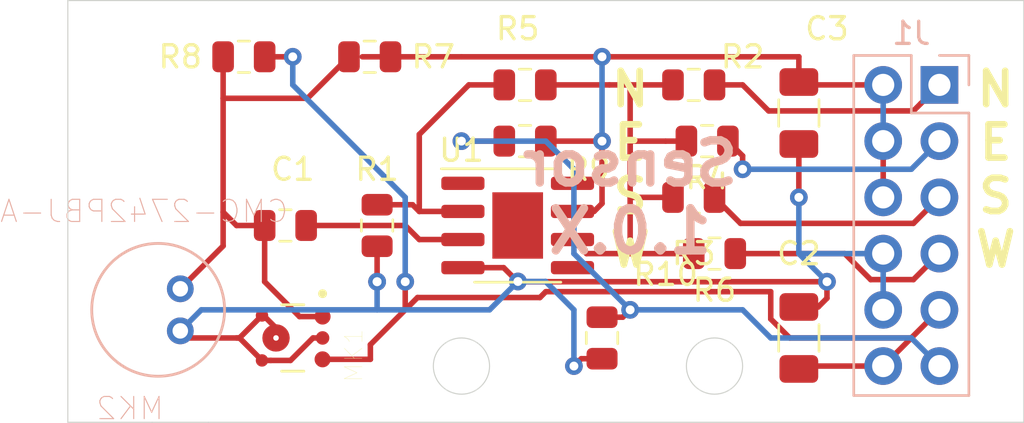
<source format=kicad_pcb>
(kicad_pcb (version 20171130) (host pcbnew "(5.1.5-0-10_14)")

  (general
    (thickness 1.6)
    (drawings 13)
    (tracks 160)
    (zones 0)
    (modules 17)
    (nets 16)
  )

  (page A4)
  (layers
    (0 F.Cu signal)
    (31 B.Cu signal)
    (32 B.Adhes user hide)
    (33 F.Adhes user hide)
    (34 B.Paste user hide)
    (35 F.Paste user hide)
    (36 B.SilkS user)
    (37 F.SilkS user)
    (38 B.Mask user hide)
    (39 F.Mask user hide)
    (40 Dwgs.User user hide)
    (41 Cmts.User user hide)
    (42 Eco1.User user hide)
    (43 Eco2.User user hide)
    (44 Edge.Cuts user)
    (45 Margin user hide)
    (46 B.CrtYd user hide)
    (47 F.CrtYd user hide)
    (48 B.Fab user hide)
    (49 F.Fab user hide)
  )

  (setup
    (last_trace_width 0.25)
    (trace_clearance 0.2)
    (zone_clearance 0.508)
    (zone_45_only no)
    (trace_min 0.2)
    (via_size 0.8)
    (via_drill 0.4)
    (via_min_size 0.4)
    (via_min_drill 0.3)
    (uvia_size 0.3)
    (uvia_drill 0.1)
    (uvias_allowed no)
    (uvia_min_size 0.2)
    (uvia_min_drill 0.1)
    (edge_width 0.05)
    (segment_width 0.2)
    (pcb_text_width 0.3)
    (pcb_text_size 1.5 1.5)
    (mod_edge_width 0.12)
    (mod_text_size 1 1)
    (mod_text_width 0.15)
    (pad_size 1.524 1.524)
    (pad_drill 0.762)
    (pad_to_mask_clearance 0.051)
    (solder_mask_min_width 0.25)
    (aux_axis_origin 0 0)
    (visible_elements FFFFFF7F)
    (pcbplotparams
      (layerselection 0x010fc_ffffffff)
      (usegerberextensions false)
      (usegerberattributes false)
      (usegerberadvancedattributes false)
      (creategerberjobfile false)
      (excludeedgelayer true)
      (linewidth 0.100000)
      (plotframeref false)
      (viasonmask false)
      (mode 1)
      (useauxorigin false)
      (hpglpennumber 1)
      (hpglpenspeed 20)
      (hpglpendiameter 15.000000)
      (psnegative false)
      (psa4output false)
      (plotreference true)
      (plotvalue true)
      (plotinvisibletext false)
      (padsonsilk false)
      (subtractmaskfromsilk false)
      (outputformat 1)
      (mirror false)
      (drillshape 0)
      (scaleselection 1)
      (outputdirectory ""))
  )

  (net 0 "")
  (net 1 "Net-(C1-Pad2)")
  (net 2 "Net-(C1-Pad1)")
  (net 3 "Net-(R1-Pad1)")
  (net 4 "Net-(R2-Pad1)")
  (net 5 "Net-(U1-Pad8)")
  (net 6 "Net-(U1-Pad5)")
  (net 7 "Net-(U1-Pad1)")
  (net 8 VCC)
  (net 9 GND)
  (net 10 +3V3)
  (net 11 "Net-(J1-Pad11)")
  (net 12 "Net-(J1-Pad7)")
  (net 13 "Net-(J1-Pad5)")
  (net 14 "Net-(J1-Pad3)")
  (net 15 "Net-(J1-Pad1)")

  (net_class Default "This is the default net class."
    (clearance 0.2)
    (trace_width 0.25)
    (via_dia 0.8)
    (via_drill 0.4)
    (uvia_dia 0.3)
    (uvia_drill 0.1)
    (add_net +3V3)
    (add_net GND)
    (add_net "Net-(C1-Pad1)")
    (add_net "Net-(C1-Pad2)")
    (add_net "Net-(J1-Pad1)")
    (add_net "Net-(J1-Pad11)")
    (add_net "Net-(J1-Pad3)")
    (add_net "Net-(J1-Pad5)")
    (add_net "Net-(J1-Pad7)")
    (add_net "Net-(R1-Pad1)")
    (add_net "Net-(R2-Pad1)")
    (add_net "Net-(U1-Pad1)")
    (add_net "Net-(U1-Pad5)")
    (add_net "Net-(U1-Pad8)")
    (add_net VCC)
  )

  (module CMC-2742PBJ-A:CUI_CMC-2742PBJ-A (layer B.Cu) (tedit 0) (tstamp 5E7AC702)
    (at 123.46 91.44)
    (path /5E7C8206)
    (fp_text reference MK2 (at -1.27223 4.45278) (layer B.SilkS)
      (effects (font (size 1.00175 1.00175) (thickness 0.05)) (justify mirror))
    )
    (fp_text value CMC-2742PBJ-A (at -0.635885 -4.4512) (layer B.SilkS)
      (effects (font (size 1.00139 1.00139) (thickness 0.05)) (justify mirror))
    )
    (fp_circle (center 0 0) (end 3.25 0) (layer Eco1.User) (width 0.05))
    (fp_circle (center 0 0) (end 3 0) (layer Eco2.User) (width 0.127))
    (fp_circle (center 0 0) (end 3 0) (layer B.SilkS) (width 0.127))
    (pad OUT thru_hole circle (at 1 -0.95) (size 1.208 1.208) (drill 0.7) (layers *.Cu *.Mask)
      (net 1 "Net-(C1-Pad2)"))
    (pad GND thru_hole circle (at 1 0.95) (size 1.208 1.208) (drill 0.7) (layers *.Cu *.Mask)
      (net 9 GND))
  )

  (module Resistor_SMD:R_0805_2012Metric (layer F.Cu) (tedit 5B36C52B) (tstamp 5E7D6BF0)
    (at 140.0325 83.82 180)
    (descr "Resistor SMD 0805 (2012 Metric), square (rectangular) end terminal, IPC_7351 nominal, (Body size source: https://docs.google.com/spreadsheets/d/1BsfQQcO9C6DZCsRaXUlFlo91Tg2WpOkGARC1WS5S8t0/edit?usp=sharing), generated with kicad-footprint-generator")
    (tags resistor)
    (path /5E7EDCF5)
    (attr smd)
    (fp_text reference R9 (at -2.8725 -1.27) (layer F.SilkS)
      (effects (font (size 1 1) (thickness 0.15)))
    )
    (fp_text value 1K0 (at 0 1.65) (layer F.Fab)
      (effects (font (size 1 1) (thickness 0.15)))
    )
    (fp_text user %R (at 0 0) (layer F.Fab)
      (effects (font (size 0.5 0.5) (thickness 0.08)))
    )
    (fp_line (start 1.68 0.95) (end -1.68 0.95) (layer F.CrtYd) (width 0.05))
    (fp_line (start 1.68 -0.95) (end 1.68 0.95) (layer F.CrtYd) (width 0.05))
    (fp_line (start -1.68 -0.95) (end 1.68 -0.95) (layer F.CrtYd) (width 0.05))
    (fp_line (start -1.68 0.95) (end -1.68 -0.95) (layer F.CrtYd) (width 0.05))
    (fp_line (start -0.258578 0.71) (end 0.258578 0.71) (layer F.SilkS) (width 0.12))
    (fp_line (start -0.258578 -0.71) (end 0.258578 -0.71) (layer F.SilkS) (width 0.12))
    (fp_line (start 1 0.6) (end -1 0.6) (layer F.Fab) (width 0.1))
    (fp_line (start 1 -0.6) (end 1 0.6) (layer F.Fab) (width 0.1))
    (fp_line (start -1 -0.6) (end 1 -0.6) (layer F.Fab) (width 0.1))
    (fp_line (start -1 0.6) (end -1 -0.6) (layer F.Fab) (width 0.1))
    (pad 2 smd roundrect (at 0.9375 0 180) (size 0.975 1.4) (layers F.Cu F.Paste F.Mask) (roundrect_rratio 0.25)
      (net 11 "Net-(J1-Pad11)"))
    (pad 1 smd roundrect (at -0.9375 0 180) (size 0.975 1.4) (layers F.Cu F.Paste F.Mask) (roundrect_rratio 0.25)
      (net 8 VCC))
    (model ${KISYS3DMOD}/Resistor_SMD.3dshapes/R_0805_2012Metric.wrl
      (at (xyz 0 0 0))
      (scale (xyz 1 1 1))
      (rotate (xyz 0 0 0))
    )
  )

  (module Resistor_SMD:R_0805_2012Metric (layer F.Cu) (tedit 5B36C52B) (tstamp 5E7D5DFE)
    (at 143.51 92.71 270)
    (descr "Resistor SMD 0805 (2012 Metric), square (rectangular) end terminal, IPC_7351 nominal, (Body size source: https://docs.google.com/spreadsheets/d/1BsfQQcO9C6DZCsRaXUlFlo91Tg2WpOkGARC1WS5S8t0/edit?usp=sharing), generated with kicad-footprint-generator")
    (tags resistor)
    (path /5E7EC5AB)
    (attr smd)
    (fp_text reference R10 (at -2.8725 -2.8725 180) (layer F.SilkS)
      (effects (font (size 1 1) (thickness 0.15)))
    )
    (fp_text value RTRIM (at 0 1.65 90) (layer F.Fab)
      (effects (font (size 1 1) (thickness 0.15)))
    )
    (fp_text user %R (at 0 0 90) (layer F.Fab)
      (effects (font (size 0.5 0.5) (thickness 0.08)))
    )
    (fp_line (start 1.68 0.95) (end -1.68 0.95) (layer F.CrtYd) (width 0.05))
    (fp_line (start 1.68 -0.95) (end 1.68 0.95) (layer F.CrtYd) (width 0.05))
    (fp_line (start -1.68 -0.95) (end 1.68 -0.95) (layer F.CrtYd) (width 0.05))
    (fp_line (start -1.68 0.95) (end -1.68 -0.95) (layer F.CrtYd) (width 0.05))
    (fp_line (start -0.258578 0.71) (end 0.258578 0.71) (layer F.SilkS) (width 0.12))
    (fp_line (start -0.258578 -0.71) (end 0.258578 -0.71) (layer F.SilkS) (width 0.12))
    (fp_line (start 1 0.6) (end -1 0.6) (layer F.Fab) (width 0.1))
    (fp_line (start 1 -0.6) (end 1 0.6) (layer F.Fab) (width 0.1))
    (fp_line (start -1 -0.6) (end 1 -0.6) (layer F.Fab) (width 0.1))
    (fp_line (start -1 0.6) (end -1 -0.6) (layer F.Fab) (width 0.1))
    (pad 2 smd roundrect (at 0.9375 0 270) (size 0.975 1.4) (layers F.Cu F.Paste F.Mask) (roundrect_rratio 0.25)
      (net 9 GND))
    (pad 1 smd roundrect (at -0.9375 0 270) (size 0.975 1.4) (layers F.Cu F.Paste F.Mask) (roundrect_rratio 0.25)
      (net 11 "Net-(J1-Pad11)"))
    (model ${KISYS3DMOD}/Resistor_SMD.3dshapes/R_0805_2012Metric.wrl
      (at (xyz 0 0 0))
      (scale (xyz 1 1 1))
      (rotate (xyz 0 0 0))
    )
  )

  (module Connector_PinHeader_2.54mm:PinHeader_2x06_P2.54mm_Vertical (layer B.Cu) (tedit 59FED5CC) (tstamp 5E7D5C9C)
    (at 158.75 81.28 180)
    (descr "Through hole straight pin header, 2x06, 2.54mm pitch, double rows")
    (tags "Through hole pin header THT 2x06 2.54mm double row")
    (path /5E7D89F5)
    (fp_text reference J1 (at 1.27 2.33) (layer B.SilkS)
      (effects (font (size 1 1) (thickness 0.15)) (justify mirror))
    )
    (fp_text value Conn_02x06_Odd_Even (at 1.27 -15.03) (layer B.Fab)
      (effects (font (size 1 1) (thickness 0.15)) (justify mirror))
    )
    (fp_text user %R (at 1.27 -6.35 270) (layer B.Fab)
      (effects (font (size 1 1) (thickness 0.15)) (justify mirror))
    )
    (fp_line (start 4.35 1.8) (end -1.8 1.8) (layer B.CrtYd) (width 0.05))
    (fp_line (start 4.35 -14.5) (end 4.35 1.8) (layer B.CrtYd) (width 0.05))
    (fp_line (start -1.8 -14.5) (end 4.35 -14.5) (layer B.CrtYd) (width 0.05))
    (fp_line (start -1.8 1.8) (end -1.8 -14.5) (layer B.CrtYd) (width 0.05))
    (fp_line (start -1.33 1.33) (end 0 1.33) (layer B.SilkS) (width 0.12))
    (fp_line (start -1.33 0) (end -1.33 1.33) (layer B.SilkS) (width 0.12))
    (fp_line (start 1.27 1.33) (end 3.87 1.33) (layer B.SilkS) (width 0.12))
    (fp_line (start 1.27 -1.27) (end 1.27 1.33) (layer B.SilkS) (width 0.12))
    (fp_line (start -1.33 -1.27) (end 1.27 -1.27) (layer B.SilkS) (width 0.12))
    (fp_line (start 3.87 1.33) (end 3.87 -14.03) (layer B.SilkS) (width 0.12))
    (fp_line (start -1.33 -1.27) (end -1.33 -14.03) (layer B.SilkS) (width 0.12))
    (fp_line (start -1.33 -14.03) (end 3.87 -14.03) (layer B.SilkS) (width 0.12))
    (fp_line (start -1.27 0) (end 0 1.27) (layer B.Fab) (width 0.1))
    (fp_line (start -1.27 -13.97) (end -1.27 0) (layer B.Fab) (width 0.1))
    (fp_line (start 3.81 -13.97) (end -1.27 -13.97) (layer B.Fab) (width 0.1))
    (fp_line (start 3.81 1.27) (end 3.81 -13.97) (layer B.Fab) (width 0.1))
    (fp_line (start 0 1.27) (end 3.81 1.27) (layer B.Fab) (width 0.1))
    (pad 12 thru_hole oval (at 2.54 -12.7 180) (size 1.7 1.7) (drill 1) (layers *.Cu *.Mask)
      (net 10 +3V3))
    (pad 11 thru_hole oval (at 0 -12.7 180) (size 1.7 1.7) (drill 1) (layers *.Cu *.Mask)
      (net 11 "Net-(J1-Pad11)"))
    (pad 10 thru_hole oval (at 2.54 -10.16 180) (size 1.7 1.7) (drill 1) (layers *.Cu *.Mask)
      (net 9 GND))
    (pad 9 thru_hole oval (at 0 -10.16 180) (size 1.7 1.7) (drill 1) (layers *.Cu *.Mask)
      (net 10 +3V3))
    (pad 8 thru_hole oval (at 2.54 -7.62 180) (size 1.7 1.7) (drill 1) (layers *.Cu *.Mask)
      (net 9 GND))
    (pad 7 thru_hole oval (at 0 -7.62 180) (size 1.7 1.7) (drill 1) (layers *.Cu *.Mask)
      (net 12 "Net-(J1-Pad7)"))
    (pad 6 thru_hole oval (at 2.54 -5.08 180) (size 1.7 1.7) (drill 1) (layers *.Cu *.Mask)
      (net 8 VCC))
    (pad 5 thru_hole oval (at 0 -5.08 180) (size 1.7 1.7) (drill 1) (layers *.Cu *.Mask)
      (net 13 "Net-(J1-Pad5)"))
    (pad 4 thru_hole oval (at 2.54 -2.54 180) (size 1.7 1.7) (drill 1) (layers *.Cu *.Mask)
      (net 8 VCC))
    (pad 3 thru_hole oval (at 0 -2.54 180) (size 1.7 1.7) (drill 1) (layers *.Cu *.Mask)
      (net 14 "Net-(J1-Pad3)"))
    (pad 2 thru_hole oval (at 2.54 0 180) (size 1.7 1.7) (drill 1) (layers *.Cu *.Mask)
      (net 8 VCC))
    (pad 1 thru_hole rect (at 0 0 180) (size 1.7 1.7) (drill 1) (layers *.Cu *.Mask)
      (net 15 "Net-(J1-Pad1)"))
    (model ${KISYS3DMOD}/Connector_PinHeader_2.54mm.3dshapes/PinHeader_2x06_P2.54mm_Vertical.wrl
      (at (xyz 0 0 0))
      (scale (xyz 1 1 1))
      (rotate (xyz 0 0 0))
    )
  )

  (module Resistor_SMD:R_0805_2012Metric (layer F.Cu) (tedit 5B36C52B) (tstamp 5E7A22DD)
    (at 127.3325 80.01 180)
    (descr "Resistor SMD 0805 (2012 Metric), square (rectangular) end terminal, IPC_7351 nominal, (Body size source: https://docs.google.com/spreadsheets/d/1BsfQQcO9C6DZCsRaXUlFlo91Tg2WpOkGARC1WS5S8t0/edit?usp=sharing), generated with kicad-footprint-generator")
    (tags resistor)
    (path /5E7AA2E7)
    (attr smd)
    (fp_text reference R8 (at 2.8725 0) (layer F.SilkS)
      (effects (font (size 1 1) (thickness 0.15)))
    )
    (fp_text value 10K0 (at 0 1.65) (layer F.Fab)
      (effects (font (size 1 1) (thickness 0.15)))
    )
    (fp_text user %R (at 0 0) (layer F.Fab)
      (effects (font (size 0.5 0.5) (thickness 0.08)))
    )
    (fp_line (start 1.68 0.95) (end -1.68 0.95) (layer F.CrtYd) (width 0.05))
    (fp_line (start 1.68 -0.95) (end 1.68 0.95) (layer F.CrtYd) (width 0.05))
    (fp_line (start -1.68 -0.95) (end 1.68 -0.95) (layer F.CrtYd) (width 0.05))
    (fp_line (start -1.68 0.95) (end -1.68 -0.95) (layer F.CrtYd) (width 0.05))
    (fp_line (start -0.258578 0.71) (end 0.258578 0.71) (layer F.SilkS) (width 0.12))
    (fp_line (start -0.258578 -0.71) (end 0.258578 -0.71) (layer F.SilkS) (width 0.12))
    (fp_line (start 1 0.6) (end -1 0.6) (layer F.Fab) (width 0.1))
    (fp_line (start 1 -0.6) (end 1 0.6) (layer F.Fab) (width 0.1))
    (fp_line (start -1 -0.6) (end 1 -0.6) (layer F.Fab) (width 0.1))
    (fp_line (start -1 0.6) (end -1 -0.6) (layer F.Fab) (width 0.1))
    (pad 2 smd roundrect (at 0.9375 0 180) (size 0.975 1.4) (layers F.Cu F.Paste F.Mask) (roundrect_rratio 0.25)
      (net 1 "Net-(C1-Pad2)"))
    (pad 1 smd roundrect (at -0.9375 0 180) (size 0.975 1.4) (layers F.Cu F.Paste F.Mask) (roundrect_rratio 0.25)
      (net 10 +3V3))
    (model ${KISYS3DMOD}/Resistor_SMD.3dshapes/R_0805_2012Metric.wrl
      (at (xyz 0 0 0))
      (scale (xyz 1 1 1))
      (rotate (xyz 0 0 0))
    )
  )

  (module Resistor_SMD:R_0805_2012Metric (layer F.Cu) (tedit 5B36C52B) (tstamp 5E7A230D)
    (at 133.0175 80.01 180)
    (descr "Resistor SMD 0805 (2012 Metric), square (rectangular) end terminal, IPC_7351 nominal, (Body size source: https://docs.google.com/spreadsheets/d/1BsfQQcO9C6DZCsRaXUlFlo91Tg2WpOkGARC1WS5S8t0/edit?usp=sharing), generated with kicad-footprint-generator")
    (tags resistor)
    (path /5E7A9A5C)
    (attr smd)
    (fp_text reference R7 (at -2.8725 0) (layer F.SilkS)
      (effects (font (size 1 1) (thickness 0.15)))
    )
    (fp_text value 10k0 (at 0 1.65) (layer F.Fab)
      (effects (font (size 1 1) (thickness 0.15)))
    )
    (fp_text user %R (at 0 0) (layer F.Fab)
      (effects (font (size 0.5 0.5) (thickness 0.08)))
    )
    (fp_line (start 1.68 0.95) (end -1.68 0.95) (layer F.CrtYd) (width 0.05))
    (fp_line (start 1.68 -0.95) (end 1.68 0.95) (layer F.CrtYd) (width 0.05))
    (fp_line (start -1.68 -0.95) (end 1.68 -0.95) (layer F.CrtYd) (width 0.05))
    (fp_line (start -1.68 0.95) (end -1.68 -0.95) (layer F.CrtYd) (width 0.05))
    (fp_line (start -0.258578 0.71) (end 0.258578 0.71) (layer F.SilkS) (width 0.12))
    (fp_line (start -0.258578 -0.71) (end 0.258578 -0.71) (layer F.SilkS) (width 0.12))
    (fp_line (start 1 0.6) (end -1 0.6) (layer F.Fab) (width 0.1))
    (fp_line (start 1 -0.6) (end 1 0.6) (layer F.Fab) (width 0.1))
    (fp_line (start -1 -0.6) (end 1 -0.6) (layer F.Fab) (width 0.1))
    (fp_line (start -1 0.6) (end -1 -0.6) (layer F.Fab) (width 0.1))
    (pad 2 smd roundrect (at 0.9375 0 180) (size 0.975 1.4) (layers F.Cu F.Paste F.Mask) (roundrect_rratio 0.25)
      (net 1 "Net-(C1-Pad2)"))
    (pad 1 smd roundrect (at -0.9375 0 180) (size 0.975 1.4) (layers F.Cu F.Paste F.Mask) (roundrect_rratio 0.25)
      (net 8 VCC))
    (model ${KISYS3DMOD}/Resistor_SMD.3dshapes/R_0805_2012Metric.wrl
      (at (xyz 0 0 0))
      (scale (xyz 1 1 1))
      (rotate (xyz 0 0 0))
    )
  )

  (module SnapEDA:MIC_SPU0410LR5H-QB-7 (layer F.Cu) (tedit 5E66ECA1) (tstamp 5E6840F7)
    (at 129.54 92.71 270)
    (path /5E68DAEF)
    (fp_text reference MK1 (at 0.79 -2.758 90) (layer F.SilkS)
      (effects (font (size 0.8 0.8) (thickness 0.015)))
    )
    (fp_text value SPU0410LR5H-QB-7 (at -3.81 6.35 180) (layer F.Fab)
      (effects (font (size 0.8 0.8) (thickness 0.015)))
    )
    (fp_poly (pts (xy 0.261628 0.600437) (xy 0.267124 0.609966) (xy 0.272219 0.619588) (xy 0.276963 0.629387)
      (xy 0.281351 0.639351) (xy 0.285376 0.649467) (xy 0.289035 0.659721) (xy 0.29232 0.670101)
      (xy 0.29523 0.680592) (xy 0.297759 0.691181) (xy 0.299905 0.701855) (xy 0.301664 0.712599)
      (xy 0.303035 0.7234) (xy 0.304016 0.734243) (xy 0.304604 0.745114) (xy 0.304801 0.756)
      (xy 0.304604 0.766886) (xy 0.304016 0.777757) (xy 0.303035 0.7886) (xy 0.301664 0.799401)
      (xy 0.299905 0.810145) (xy 0.297759 0.820819) (xy 0.29523 0.831408) (xy 0.29232 0.841899)
      (xy 0.289035 0.852279) (xy 0.285376 0.862533) (xy 0.281351 0.872649) (xy 0.276963 0.882613)
      (xy 0.272219 0.892412) (xy 0.267124 0.902034) (xy 0.261628 0.911563) (xy 0.480478 1.13041)
      (xy 0.498997 1.105774) (xy 0.513977 1.083731) (xy 0.527969 1.061047) (xy 0.540944 1.037767)
      (xy 0.552877 1.013936) (xy 0.563746 0.989602) (xy 0.573528 0.96481) (xy 0.582205 0.939611)
      (xy 0.58976 0.914052) (xy 0.596177 0.888185) (xy 0.601445 0.862059) (xy 0.605553 0.835726)
      (xy 0.608493 0.809237) (xy 0.610259 0.782644) (xy 0.610848 0.755999) (xy 0.610259 0.729354)
      (xy 0.608493 0.702761) (xy 0.605553 0.676272) (xy 0.601445 0.649939) (xy 0.596177 0.623813)
      (xy 0.58976 0.597946) (xy 0.582205 0.572387) (xy 0.573528 0.547188) (xy 0.563746 0.522396)
      (xy 0.552877 0.498062) (xy 0.540944 0.474231) (xy 0.527969 0.450951) (xy 0.513977 0.428267)
      (xy 0.498997 0.406224) (xy 0.480478 0.381588) (xy 0.261628 0.600437)) (layer F.Paste) (width 0.01))
    (fp_poly (pts (xy 0.155562 1.01763) (xy 0.146033 1.023126) (xy 0.136412 1.028221) (xy 0.126612 1.032965)
      (xy 0.116648 1.037353) (xy 0.106533 1.041378) (xy 0.096278 1.045036) (xy 0.085899 1.048322)
      (xy 0.075408 1.051232) (xy 0.064818 1.053761) (xy 0.054145 1.055907) (xy 0.0434 1.057666)
      (xy 0.0326 1.059037) (xy 0.021757 1.060017) (xy 0.010885 1.060606) (xy 0 1.060803)
      (xy -0.010885 1.060606) (xy -0.021757 1.060017) (xy -0.0326 1.059037) (xy -0.0434 1.057666)
      (xy -0.054145 1.055907) (xy -0.064818 1.053761) (xy -0.075408 1.051232) (xy -0.085899 1.048322)
      (xy -0.096278 1.045036) (xy -0.106533 1.041378) (xy -0.116648 1.037353) (xy -0.126612 1.032965)
      (xy -0.136412 1.028221) (xy -0.146033 1.023126) (xy -0.155562 1.01763) (xy -0.374412 1.23648)
      (xy -0.349775 1.254999) (xy -0.327732 1.269979) (xy -0.305049 1.283971) (xy -0.281769 1.296946)
      (xy -0.257938 1.308879) (xy -0.233603 1.319748) (xy -0.208812 1.32953) (xy -0.183612 1.338207)
      (xy -0.158054 1.345762) (xy -0.132186 1.352179) (xy -0.10606 1.357447) (xy -0.079727 1.361555)
      (xy -0.053238 1.364495) (xy -0.026645 1.366262) (xy 0 1.366851) (xy 0.026645 1.366262)
      (xy 0.053238 1.364495) (xy 0.079727 1.361555) (xy 0.10606 1.357447) (xy 0.132186 1.352179)
      (xy 0.158054 1.345762) (xy 0.183612 1.338207) (xy 0.208812 1.32953) (xy 0.233603 1.319748)
      (xy 0.257938 1.308879) (xy 0.281769 1.296946) (xy 0.305049 1.283971) (xy 0.327732 1.269979)
      (xy 0.349775 1.254999) (xy 0.374412 1.23648) (xy 0.155562 1.01763)) (layer F.Paste) (width 0.01))
    (fp_poly (pts (xy -0.261628 0.911563) (xy -0.267124 0.902034) (xy -0.272219 0.892412) (xy -0.276963 0.882613)
      (xy -0.281351 0.872649) (xy -0.285376 0.862533) (xy -0.289035 0.852279) (xy -0.29232 0.841899)
      (xy -0.29523 0.831408) (xy -0.297759 0.820819) (xy -0.299905 0.810145) (xy -0.301664 0.799401)
      (xy -0.303035 0.7886) (xy -0.304016 0.777757) (xy -0.304604 0.766886) (xy -0.304801 0.756)
      (xy -0.304604 0.745114) (xy -0.304016 0.734243) (xy -0.303035 0.7234) (xy -0.301664 0.712599)
      (xy -0.299905 0.701855) (xy -0.297759 0.691181) (xy -0.29523 0.680592) (xy -0.29232 0.670101)
      (xy -0.289035 0.659721) (xy -0.285376 0.649467) (xy -0.281351 0.639351) (xy -0.276963 0.629387)
      (xy -0.272219 0.619588) (xy -0.267124 0.609966) (xy -0.261628 0.600437) (xy -0.480478 0.381588)
      (xy -0.498997 0.406224) (xy -0.513977 0.428267) (xy -0.527969 0.450951) (xy -0.540944 0.474231)
      (xy -0.552877 0.498062) (xy -0.563746 0.522396) (xy -0.573528 0.547188) (xy -0.582205 0.572387)
      (xy -0.58976 0.597946) (xy -0.596177 0.623813) (xy -0.601445 0.649939) (xy -0.605553 0.676272)
      (xy -0.608493 0.702761) (xy -0.610259 0.729354) (xy -0.610848 0.755999) (xy -0.610259 0.782644)
      (xy -0.608493 0.809237) (xy -0.605553 0.835726) (xy -0.601445 0.862059) (xy -0.596177 0.888185)
      (xy -0.58976 0.914052) (xy -0.582205 0.939611) (xy -0.573528 0.96481) (xy -0.563746 0.989602)
      (xy -0.552877 1.013936) (xy -0.540944 1.037767) (xy -0.527969 1.061047) (xy -0.513977 1.083731)
      (xy -0.498997 1.105774) (xy -0.480478 1.13041) (xy -0.261628 0.911563)) (layer F.Paste) (width 0.01))
    (fp_poly (pts (xy -0.155562 0.494372) (xy -0.146033 0.488876) (xy -0.136412 0.483781) (xy -0.126612 0.479037)
      (xy -0.116648 0.474649) (xy -0.106533 0.470624) (xy -0.096278 0.466966) (xy -0.085899 0.46368)
      (xy -0.075408 0.46077) (xy -0.064818 0.458241) (xy -0.054145 0.456095) (xy -0.0434 0.454336)
      (xy -0.0326 0.452965) (xy -0.021757 0.451985) (xy -0.010885 0.451396) (xy 0 0.451199)
      (xy 0.010885 0.451396) (xy 0.021757 0.451985) (xy 0.0326 0.452965) (xy 0.0434 0.454336)
      (xy 0.054145 0.456095) (xy 0.064818 0.458241) (xy 0.075408 0.46077) (xy 0.085899 0.46368)
      (xy 0.096278 0.466966) (xy 0.106533 0.470624) (xy 0.116648 0.474649) (xy 0.126612 0.479037)
      (xy 0.136412 0.483781) (xy 0.146033 0.488876) (xy 0.155562 0.494372) (xy 0.374412 0.275522)
      (xy 0.349775 0.257003) (xy 0.327732 0.242023) (xy 0.305049 0.228031) (xy 0.281769 0.215056)
      (xy 0.257938 0.203123) (xy 0.233603 0.192254) (xy 0.208812 0.182472) (xy 0.183612 0.173795)
      (xy 0.158054 0.16624) (xy 0.132186 0.159823) (xy 0.10606 0.154555) (xy 0.079727 0.150447)
      (xy 0.053238 0.147507) (xy 0.026645 0.14574) (xy 0 0.145151) (xy -0.026645 0.14574)
      (xy -0.053238 0.147507) (xy -0.079727 0.150447) (xy -0.10606 0.154555) (xy -0.132186 0.159823)
      (xy -0.158054 0.16624) (xy -0.183612 0.173795) (xy -0.208812 0.182472) (xy -0.233603 0.192254)
      (xy -0.257938 0.203123) (xy -0.281769 0.215056) (xy -0.305049 0.228031) (xy -0.327732 0.242023)
      (xy -0.349775 0.257003) (xy -0.374412 0.275522) (xy -0.155562 0.494372)) (layer F.Paste) (width 0.01))
    (fp_line (start -1.75 2.13) (end -1.75 -2.13) (layer F.CrtYd) (width 0.05))
    (fp_line (start 1.75 2.13) (end -1.75 2.13) (layer F.CrtYd) (width 0.05))
    (fp_line (start 1.75 -2.13) (end 1.75 2.13) (layer F.CrtYd) (width 0.05))
    (fp_line (start -1.75 -2.13) (end 1.75 -2.13) (layer F.CrtYd) (width 0.05))
    (fp_circle (center -2 -1.347) (end -1.9 -1.347) (layer F.Fab) (width 0.2))
    (fp_circle (center -2 -1.347) (end -1.9 -1.347) (layer F.SilkS) (width 0.2))
    (fp_poly (pts (xy 0.712 0.756) (xy 0.7081 0.681576) (xy 0.696441 0.607967) (xy 0.677152 0.53598)
      (xy 0.650444 0.466404) (xy 0.61661 0.4) (xy 0.57602 0.337497) (xy 0.529119 0.279579)
      (xy 0.476421 0.226881) (xy 0.418503 0.17998) (xy 0.356 0.13939) (xy 0.289596 0.105556)
      (xy 0.22002 0.078848) (xy 0.148033 0.059559) (xy 0.074424 0.0479) (xy 0 0.044)
      (xy -0.074424 0.0479) (xy -0.148033 0.059559) (xy -0.22002 0.078848) (xy -0.289596 0.105556)
      (xy -0.356 0.13939) (xy -0.418503 0.17998) (xy -0.476421 0.226881) (xy -0.529119 0.279579)
      (xy -0.57602 0.337497) (xy -0.61661 0.4) (xy -0.650444 0.466404) (xy -0.677152 0.53598)
      (xy -0.696441 0.607967) (xy -0.7081 0.681576) (xy -0.712 0.756) (xy -0.7081 0.830424)
      (xy -0.696441 0.904033) (xy -0.677152 0.97602) (xy -0.650444 1.045596) (xy -0.61661 1.112)
      (xy -0.57602 1.174503) (xy -0.529119 1.232421) (xy -0.476421 1.285119) (xy -0.418503 1.33202)
      (xy -0.356 1.37261) (xy -0.289596 1.406444) (xy -0.22002 1.433152) (xy -0.148033 1.452441)
      (xy -0.074424 1.4641) (xy 0 1.468) (xy 0.074424 1.4641) (xy 0.148033 1.452441)
      (xy 0.22002 1.433152) (xy 0.289596 1.406444) (xy 0.356 1.37261) (xy 0.418503 1.33202)
      (xy 0.476421 1.285119) (xy 0.529119 1.232421) (xy 0.57602 1.174503) (xy 0.61661 1.112)
      (xy 0.650444 1.045596) (xy 0.677152 0.97602) (xy 0.696441 0.904033) (xy 0.7081 0.830424)
      (xy 0.712 0.756) (xy 0.305 0.756) (xy 0.303329 0.724119) (xy 0.298335 0.692587)
      (xy 0.290072 0.66175) (xy 0.278631 0.631945) (xy 0.264138 0.6035) (xy 0.24675 0.576725)
      (xy 0.226659 0.551915) (xy 0.204085 0.529341) (xy 0.179275 0.50925) (xy 0.1525 0.491862)
      (xy 0.124055 0.477369) (xy 0.09425 0.465928) (xy 0.063413 0.457665) (xy 0.031881 0.452671)
      (xy 0 0.451) (xy -0.031881 0.452671) (xy -0.063413 0.457665) (xy -0.09425 0.465928)
      (xy -0.124055 0.477369) (xy -0.1525 0.491862) (xy -0.179275 0.50925) (xy -0.204085 0.529341)
      (xy -0.226659 0.551915) (xy -0.24675 0.576725) (xy -0.264138 0.6035) (xy -0.278631 0.631945)
      (xy -0.290072 0.66175) (xy -0.298335 0.692587) (xy -0.303329 0.724119) (xy -0.305 0.756)
      (xy -0.303329 0.724119) (xy -0.298335 0.692587) (xy -0.290072 0.66175) (xy -0.278631 0.631945)
      (xy -0.264138 0.6035) (xy -0.24675 0.576725) (xy -0.226659 0.551915) (xy -0.204085 0.529341)
      (xy -0.179275 0.50925) (xy -0.1525 0.491862) (xy -0.124055 0.477369) (xy -0.09425 0.465928)
      (xy -0.063413 0.457665) (xy -0.031881 0.452671) (xy 0 0.451) (xy 0.031881 0.452671)
      (xy 0.063413 0.457665) (xy 0.09425 0.465928) (xy 0.124055 0.477369) (xy 0.1525 0.491862)
      (xy 0.179275 0.50925) (xy 0.204085 0.529341) (xy 0.226659 0.551915) (xy 0.24675 0.576725)
      (xy 0.264138 0.6035) (xy 0.278631 0.631945) (xy 0.290072 0.66175) (xy 0.298335 0.692587)
      (xy 0.303329 0.724119) (xy 0.305 0.756) (xy 0.712 0.756)) (layer F.Mask) (width 0.01))
    (fp_poly (pts (xy 0.612 0.756) (xy 0.608647 0.692029) (xy 0.598626 0.628758) (xy 0.582047 0.566882)
      (xy 0.55909 0.507077) (xy 0.530008 0.45) (xy 0.495118 0.396275) (xy 0.454805 0.346492)
      (xy 0.409508 0.301195) (xy 0.359725 0.260882) (xy 0.306 0.225992) (xy 0.248923 0.19691)
      (xy 0.189118 0.173953) (xy 0.127242 0.157374) (xy 0.063971 0.147353) (xy 0 0.144)
      (xy -0.063971 0.147353) (xy -0.127242 0.157374) (xy -0.189118 0.173953) (xy -0.248923 0.19691)
      (xy -0.306 0.225992) (xy -0.359725 0.260882) (xy -0.409508 0.301195) (xy -0.454805 0.346492)
      (xy -0.495118 0.396275) (xy -0.530008 0.45) (xy -0.55909 0.507077) (xy -0.582047 0.566882)
      (xy -0.598626 0.628758) (xy -0.608647 0.692029) (xy -0.612 0.756) (xy -0.608647 0.819971)
      (xy -0.598626 0.883242) (xy -0.582047 0.945118) (xy -0.55909 1.004923) (xy -0.530008 1.062)
      (xy -0.495118 1.115725) (xy -0.454805 1.165508) (xy -0.409508 1.210805) (xy -0.359725 1.251118)
      (xy -0.306 1.286008) (xy -0.248923 1.31509) (xy -0.189118 1.338047) (xy -0.127242 1.354626)
      (xy -0.063971 1.364647) (xy 0 1.368) (xy 0.063971 1.364647) (xy 0.127242 1.354626)
      (xy 0.189118 1.338047) (xy 0.248923 1.31509) (xy 0.306 1.286008) (xy 0.359725 1.251118)
      (xy 0.409508 1.210805) (xy 0.454805 1.165508) (xy 0.495118 1.115725) (xy 0.530008 1.062)
      (xy 0.55909 1.004923) (xy 0.582047 0.945118) (xy 0.598626 0.883242) (xy 0.608647 0.819971)
      (xy 0.612 0.756) (xy 0.305 0.756) (xy 0.303329 0.724119) (xy 0.298335 0.692587)
      (xy 0.290072 0.66175) (xy 0.278631 0.631945) (xy 0.264138 0.6035) (xy 0.24675 0.576725)
      (xy 0.226659 0.551915) (xy 0.204085 0.529341) (xy 0.179275 0.50925) (xy 0.1525 0.491862)
      (xy 0.124055 0.477369) (xy 0.09425 0.465928) (xy 0.063413 0.457665) (xy 0.031881 0.452671)
      (xy 0 0.451) (xy -0.031881 0.452671) (xy -0.063413 0.457665) (xy -0.09425 0.465928)
      (xy -0.124055 0.477369) (xy -0.1525 0.491862) (xy -0.179275 0.50925) (xy -0.204085 0.529341)
      (xy -0.226659 0.551915) (xy -0.24675 0.576725) (xy -0.264138 0.6035) (xy -0.278631 0.631945)
      (xy -0.290072 0.66175) (xy -0.298335 0.692587) (xy -0.303329 0.724119) (xy -0.305 0.756)
      (xy -0.303329 0.724119) (xy -0.298335 0.692587) (xy -0.290072 0.66175) (xy -0.278631 0.631945)
      (xy -0.264138 0.6035) (xy -0.24675 0.576725) (xy -0.226659 0.551915) (xy -0.204085 0.529341)
      (xy -0.179275 0.50925) (xy -0.1525 0.491862) (xy -0.124055 0.477369) (xy -0.09425 0.465928)
      (xy -0.063413 0.457665) (xy -0.031881 0.452671) (xy 0 0.451) (xy 0.031881 0.452671)
      (xy 0.063413 0.457665) (xy 0.09425 0.465928) (xy 0.124055 0.477369) (xy 0.1525 0.491862)
      (xy 0.179275 0.50925) (xy 0.204085 0.529341) (xy 0.226659 0.551915) (xy 0.24675 0.576725)
      (xy 0.264138 0.6035) (xy 0.278631 0.631945) (xy 0.290072 0.66175) (xy 0.298335 0.692587)
      (xy 0.303329 0.724119) (xy 0.305 0.756) (xy 0.612 0.756)) (layer F.Cu) (width 0.01))
    (fp_line (start -1.5 1.88) (end -1.5 -1.88) (layer F.Fab) (width 0.127))
    (fp_line (start 1.5 1.88) (end -1.5 1.88) (layer F.Fab) (width 0.127))
    (fp_line (start 1.5 -1.88) (end 1.5 1.88) (layer F.Fab) (width 0.127))
    (fp_line (start -1.5 -1.88) (end 1.5 -1.88) (layer F.Fab) (width 0.127))
    (fp_line (start -1.5 0.5) (end -1.5 -0.5) (layer F.SilkS) (width 0.127))
    (fp_line (start 1.5 -0.5) (end 1.5 0.5) (layer F.SilkS) (width 0.127))
    (pad None np_thru_hole circle (at 0 0.756 270) (size 0.25 0.25) (drill 0.25) (layers *.Cu *.Mask))
    (pad 6 smd rect (at -0.45 0.756 270) (size 0.08 0.08) (layers F.Cu)
      (net 9 GND))
    (pad 5 smd circle (at 0 -1.347 270) (size 0.612 0.612) (layers F.Cu F.Paste F.Mask)
      (net 9 GND))
    (pad 3 smd circle (at 1.015 1.39 270) (size 0.562 0.562) (layers F.Cu F.Paste F.Mask)
      (net 9 GND))
    (pad 2 smd circle (at -1.015 1.39 270) (size 0.562 0.562) (layers F.Cu F.Paste F.Mask)
      (net 9 GND))
    (pad 4 smd circle (at 0.966 -1.347 270) (size 0.723 0.723) (layers F.Cu F.Paste F.Mask)
      (net 10 +3V3))
    (pad 1 smd circle (at -0.966 -1.347 270) (size 0.723 0.723) (layers F.Cu F.Paste F.Mask)
      (net 1 "Net-(C1-Pad2)"))
  )

  (module Package_SO:SOIC-8-1EP_3.9x4.9mm_P1.27mm_EP2.29x3mm (layer F.Cu) (tedit 5DC5FE76) (tstamp 5E68417C)
    (at 139.7 87.63)
    (descr "SOIC, 8 Pin (https://www.analog.com/media/en/technical-documentation/data-sheets/ada4898-1_4898-2.pdf#page=29), generated with kicad-footprint-generator ipc_gullwing_generator.py")
    (tags "SOIC SO")
    (path /5E698E2D)
    (attr smd)
    (fp_text reference U1 (at -2.54 -3.4) (layer F.SilkS)
      (effects (font (size 1 1) (thickness 0.15)))
    )
    (fp_text value OPA1641 (at 0 3.4) (layer F.Fab)
      (effects (font (size 1 1) (thickness 0.15)))
    )
    (fp_text user %R (at 0 0) (layer F.Fab)
      (effects (font (size 0.98 0.98) (thickness 0.15)))
    )
    (fp_line (start 3.7 -2.7) (end -3.7 -2.7) (layer F.CrtYd) (width 0.05))
    (fp_line (start 3.7 2.7) (end 3.7 -2.7) (layer F.CrtYd) (width 0.05))
    (fp_line (start -3.7 2.7) (end 3.7 2.7) (layer F.CrtYd) (width 0.05))
    (fp_line (start -3.7 -2.7) (end -3.7 2.7) (layer F.CrtYd) (width 0.05))
    (fp_line (start -1.95 -1.475) (end -0.975 -2.45) (layer F.Fab) (width 0.1))
    (fp_line (start -1.95 2.45) (end -1.95 -1.475) (layer F.Fab) (width 0.1))
    (fp_line (start 1.95 2.45) (end -1.95 2.45) (layer F.Fab) (width 0.1))
    (fp_line (start 1.95 -2.45) (end 1.95 2.45) (layer F.Fab) (width 0.1))
    (fp_line (start -0.975 -2.45) (end 1.95 -2.45) (layer F.Fab) (width 0.1))
    (fp_line (start 0 -2.56) (end -3.45 -2.56) (layer F.SilkS) (width 0.12))
    (fp_line (start 0 -2.56) (end 1.95 -2.56) (layer F.SilkS) (width 0.12))
    (fp_line (start 0 2.56) (end -1.95 2.56) (layer F.SilkS) (width 0.12))
    (fp_line (start 0 2.56) (end 1.95 2.56) (layer F.SilkS) (width 0.12))
    (pad "" smd roundrect (at 0.57 0.75) (size 0.92 1.21) (layers F.Paste) (roundrect_rratio 0.25))
    (pad "" smd roundrect (at 0.57 -0.75) (size 0.92 1.21) (layers F.Paste) (roundrect_rratio 0.25))
    (pad "" smd roundrect (at -0.57 0.75) (size 0.92 1.21) (layers F.Paste) (roundrect_rratio 0.25))
    (pad "" smd roundrect (at -0.57 -0.75) (size 0.92 1.21) (layers F.Paste) (roundrect_rratio 0.25))
    (pad 9 smd rect (at 0 0) (size 2.29 3) (layers F.Cu F.Mask))
    (pad 8 smd roundrect (at 2.475 -1.905) (size 1.95 0.6) (layers F.Cu F.Paste F.Mask) (roundrect_rratio 0.25)
      (net 5 "Net-(U1-Pad8)"))
    (pad 7 smd roundrect (at 2.475 -0.635) (size 1.95 0.6) (layers F.Cu F.Paste F.Mask) (roundrect_rratio 0.25)
      (net 8 VCC))
    (pad 6 smd roundrect (at 2.475 0.635) (size 1.95 0.6) (layers F.Cu F.Paste F.Mask) (roundrect_rratio 0.25)
      (net 4 "Net-(R2-Pad1)"))
    (pad 5 smd roundrect (at 2.475 1.905) (size 1.95 0.6) (layers F.Cu F.Paste F.Mask) (roundrect_rratio 0.25)
      (net 6 "Net-(U1-Pad5)"))
    (pad 4 smd roundrect (at -2.475 1.905) (size 1.95 0.6) (layers F.Cu F.Paste F.Mask) (roundrect_rratio 0.25)
      (net 9 GND))
    (pad 3 smd roundrect (at -2.475 0.635) (size 1.95 0.6) (layers F.Cu F.Paste F.Mask) (roundrect_rratio 0.25)
      (net 2 "Net-(C1-Pad1)"))
    (pad 2 smd roundrect (at -2.475 -0.635) (size 1.95 0.6) (layers F.Cu F.Paste F.Mask) (roundrect_rratio 0.25)
      (net 3 "Net-(R1-Pad1)"))
    (pad 1 smd roundrect (at -2.475 -1.905) (size 1.95 0.6) (layers F.Cu F.Paste F.Mask) (roundrect_rratio 0.25)
      (net 7 "Net-(U1-Pad1)"))
    (model ${KISYS3DMOD}/Package_SO.3dshapes/SOIC-8-1EP_3.9x4.9mm_P1.27mm_EP2.29x3mm.wrl
      (at (xyz 0 0 0))
      (scale (xyz 1 1 1))
      (rotate (xyz 0 0 0))
    )
  )

  (module Resistor_SMD:R_0805_2012Metric (layer F.Cu) (tedit 5B36C52B) (tstamp 5E68415D)
    (at 148.59 88.9 180)
    (descr "Resistor SMD 0805 (2012 Metric), square (rectangular) end terminal, IPC_7351 nominal, (Body size source: https://docs.google.com/spreadsheets/d/1BsfQQcO9C6DZCsRaXUlFlo91Tg2WpOkGARC1WS5S8t0/edit?usp=sharing), generated with kicad-footprint-generator")
    (tags resistor)
    (path /5E6F34FA)
    (attr smd)
    (fp_text reference R6 (at 0 -1.65) (layer F.SilkS)
      (effects (font (size 1 1) (thickness 0.15)))
    )
    (fp_text value 0r (at 0 1.65) (layer F.Fab)
      (effects (font (size 1 1) (thickness 0.15)))
    )
    (fp_text user %R (at 0 0) (layer F.Fab)
      (effects (font (size 0.5 0.5) (thickness 0.08)))
    )
    (fp_line (start 1.68 0.95) (end -1.68 0.95) (layer F.CrtYd) (width 0.05))
    (fp_line (start 1.68 -0.95) (end 1.68 0.95) (layer F.CrtYd) (width 0.05))
    (fp_line (start -1.68 -0.95) (end 1.68 -0.95) (layer F.CrtYd) (width 0.05))
    (fp_line (start -1.68 0.95) (end -1.68 -0.95) (layer F.CrtYd) (width 0.05))
    (fp_line (start -0.258578 0.71) (end 0.258578 0.71) (layer F.SilkS) (width 0.12))
    (fp_line (start -0.258578 -0.71) (end 0.258578 -0.71) (layer F.SilkS) (width 0.12))
    (fp_line (start 1 0.6) (end -1 0.6) (layer F.Fab) (width 0.1))
    (fp_line (start 1 -0.6) (end 1 0.6) (layer F.Fab) (width 0.1))
    (fp_line (start -1 -0.6) (end 1 -0.6) (layer F.Fab) (width 0.1))
    (fp_line (start -1 0.6) (end -1 -0.6) (layer F.Fab) (width 0.1))
    (pad 2 smd roundrect (at 0.9375 0 180) (size 0.975 1.4) (layers F.Cu F.Paste F.Mask) (roundrect_rratio 0.25)
      (net 4 "Net-(R2-Pad1)"))
    (pad 1 smd roundrect (at -0.9375 0 180) (size 0.975 1.4) (layers F.Cu F.Paste F.Mask) (roundrect_rratio 0.25)
      (net 12 "Net-(J1-Pad7)"))
    (model ${KISYS3DMOD}/Resistor_SMD.3dshapes/R_0805_2012Metric.wrl
      (at (xyz 0 0 0))
      (scale (xyz 1 1 1))
      (rotate (xyz 0 0 0))
    )
  )

  (module Resistor_SMD:R_0805_2012Metric (layer F.Cu) (tedit 5B36C52B) (tstamp 5E68414C)
    (at 140.0325 81.28 180)
    (descr "Resistor SMD 0805 (2012 Metric), square (rectangular) end terminal, IPC_7351 nominal, (Body size source: https://docs.google.com/spreadsheets/d/1BsfQQcO9C6DZCsRaXUlFlo91Tg2WpOkGARC1WS5S8t0/edit?usp=sharing), generated with kicad-footprint-generator")
    (tags resistor)
    (path /5E6A29B1)
    (attr smd)
    (fp_text reference R5 (at 0.3325 2.54) (layer F.SilkS)
      (effects (font (size 1 1) (thickness 0.15)))
    )
    (fp_text value 22k0 (at 0 1.65) (layer F.Fab)
      (effects (font (size 1 1) (thickness 0.15)))
    )
    (fp_text user %R (at -0.3325 0) (layer F.Fab)
      (effects (font (size 0.5 0.5) (thickness 0.08)))
    )
    (fp_line (start 1.68 0.95) (end -1.68 0.95) (layer F.CrtYd) (width 0.05))
    (fp_line (start 1.68 -0.95) (end 1.68 0.95) (layer F.CrtYd) (width 0.05))
    (fp_line (start -1.68 -0.95) (end 1.68 -0.95) (layer F.CrtYd) (width 0.05))
    (fp_line (start -1.68 0.95) (end -1.68 -0.95) (layer F.CrtYd) (width 0.05))
    (fp_line (start -0.258578 0.71) (end 0.258578 0.71) (layer F.SilkS) (width 0.12))
    (fp_line (start -0.258578 -0.71) (end 0.258578 -0.71) (layer F.SilkS) (width 0.12))
    (fp_line (start 1 0.6) (end -1 0.6) (layer F.Fab) (width 0.1))
    (fp_line (start 1 -0.6) (end 1 0.6) (layer F.Fab) (width 0.1))
    (fp_line (start -1 -0.6) (end 1 -0.6) (layer F.Fab) (width 0.1))
    (fp_line (start -1 0.6) (end -1 -0.6) (layer F.Fab) (width 0.1))
    (pad 2 smd roundrect (at 0.9375 0 180) (size 0.975 1.4) (layers F.Cu F.Paste F.Mask) (roundrect_rratio 0.25)
      (net 3 "Net-(R1-Pad1)"))
    (pad 1 smd roundrect (at -0.9375 0 180) (size 0.975 1.4) (layers F.Cu F.Paste F.Mask) (roundrect_rratio 0.25)
      (net 4 "Net-(R2-Pad1)"))
    (model ${KISYS3DMOD}/Resistor_SMD.3dshapes/R_0805_2012Metric.wrl
      (at (xyz 0 0 0))
      (scale (xyz 1 1 1))
      (rotate (xyz 0 0 0))
    )
  )

  (module Resistor_SMD:R_0805_2012Metric (layer F.Cu) (tedit 5B36C52B) (tstamp 5E68413B)
    (at 148.2575 83.82 180)
    (descr "Resistor SMD 0805 (2012 Metric), square (rectangular) end terminal, IPC_7351 nominal, (Body size source: https://docs.google.com/spreadsheets/d/1BsfQQcO9C6DZCsRaXUlFlo91Tg2WpOkGARC1WS5S8t0/edit?usp=sharing), generated with kicad-footprint-generator")
    (tags resistor)
    (path /5E6F20B4)
    (attr smd)
    (fp_text reference R4 (at 0 -1.65) (layer F.SilkS)
      (effects (font (size 1 1) (thickness 0.15)))
    )
    (fp_text value 0r (at 0 1.65) (layer F.Fab)
      (effects (font (size 1 1) (thickness 0.15)))
    )
    (fp_text user %R (at 0 0) (layer F.Fab)
      (effects (font (size 0.5 0.5) (thickness 0.08)))
    )
    (fp_line (start 1.68 0.95) (end -1.68 0.95) (layer F.CrtYd) (width 0.05))
    (fp_line (start 1.68 -0.95) (end 1.68 0.95) (layer F.CrtYd) (width 0.05))
    (fp_line (start -1.68 -0.95) (end 1.68 -0.95) (layer F.CrtYd) (width 0.05))
    (fp_line (start -1.68 0.95) (end -1.68 -0.95) (layer F.CrtYd) (width 0.05))
    (fp_line (start -0.258578 0.71) (end 0.258578 0.71) (layer F.SilkS) (width 0.12))
    (fp_line (start -0.258578 -0.71) (end 0.258578 -0.71) (layer F.SilkS) (width 0.12))
    (fp_line (start 1 0.6) (end -1 0.6) (layer F.Fab) (width 0.1))
    (fp_line (start 1 -0.6) (end 1 0.6) (layer F.Fab) (width 0.1))
    (fp_line (start -1 -0.6) (end 1 -0.6) (layer F.Fab) (width 0.1))
    (fp_line (start -1 0.6) (end -1 -0.6) (layer F.Fab) (width 0.1))
    (pad 2 smd roundrect (at 0.9375 0 180) (size 0.975 1.4) (layers F.Cu F.Paste F.Mask) (roundrect_rratio 0.25)
      (net 4 "Net-(R2-Pad1)"))
    (pad 1 smd roundrect (at -0.9375 0 180) (size 0.975 1.4) (layers F.Cu F.Paste F.Mask) (roundrect_rratio 0.25)
      (net 14 "Net-(J1-Pad3)"))
    (model ${KISYS3DMOD}/Resistor_SMD.3dshapes/R_0805_2012Metric.wrl
      (at (xyz 0 0 0))
      (scale (xyz 1 1 1))
      (rotate (xyz 0 0 0))
    )
  )

  (module Resistor_SMD:R_0805_2012Metric (layer F.Cu) (tedit 5B36C52B) (tstamp 5E68412A)
    (at 147.6525 86.36 180)
    (descr "Resistor SMD 0805 (2012 Metric), square (rectangular) end terminal, IPC_7351 nominal, (Body size source: https://docs.google.com/spreadsheets/d/1BsfQQcO9C6DZCsRaXUlFlo91Tg2WpOkGARC1WS5S8t0/edit?usp=sharing), generated with kicad-footprint-generator")
    (tags resistor)
    (path /5E6F2C35)
    (attr smd)
    (fp_text reference R3 (at 0 -2.54) (layer F.SilkS)
      (effects (font (size 1 1) (thickness 0.15)))
    )
    (fp_text value 0r (at 0 1.65) (layer F.Fab)
      (effects (font (size 1 1) (thickness 0.15)))
    )
    (fp_text user %R (at 0 0 180) (layer F.Fab)
      (effects (font (size 0.5 0.5) (thickness 0.08)))
    )
    (fp_line (start 1.68 0.95) (end -1.68 0.95) (layer F.CrtYd) (width 0.05))
    (fp_line (start 1.68 -0.95) (end 1.68 0.95) (layer F.CrtYd) (width 0.05))
    (fp_line (start -1.68 -0.95) (end 1.68 -0.95) (layer F.CrtYd) (width 0.05))
    (fp_line (start -1.68 0.95) (end -1.68 -0.95) (layer F.CrtYd) (width 0.05))
    (fp_line (start -0.258578 0.71) (end 0.258578 0.71) (layer F.SilkS) (width 0.12))
    (fp_line (start -0.258578 -0.71) (end 0.258578 -0.71) (layer F.SilkS) (width 0.12))
    (fp_line (start 1 0.6) (end -1 0.6) (layer F.Fab) (width 0.1))
    (fp_line (start 1 -0.6) (end 1 0.6) (layer F.Fab) (width 0.1))
    (fp_line (start -1 -0.6) (end 1 -0.6) (layer F.Fab) (width 0.1))
    (fp_line (start -1 0.6) (end -1 -0.6) (layer F.Fab) (width 0.1))
    (pad 2 smd roundrect (at 0.9375 0 180) (size 0.975 1.4) (layers F.Cu F.Paste F.Mask) (roundrect_rratio 0.25)
      (net 4 "Net-(R2-Pad1)"))
    (pad 1 smd roundrect (at -0.9375 0 180) (size 0.975 1.4) (layers F.Cu F.Paste F.Mask) (roundrect_rratio 0.25)
      (net 13 "Net-(J1-Pad5)"))
    (model ${KISYS3DMOD}/Resistor_SMD.3dshapes/R_0805_2012Metric.wrl
      (at (xyz 0 0 0))
      (scale (xyz 1 1 1))
      (rotate (xyz 0 0 0))
    )
  )

  (module Resistor_SMD:R_0805_2012Metric (layer F.Cu) (tedit 5B36C52B) (tstamp 5E684119)
    (at 147.6525 81.28)
    (descr "Resistor SMD 0805 (2012 Metric), square (rectangular) end terminal, IPC_7351 nominal, (Body size source: https://docs.google.com/spreadsheets/d/1BsfQQcO9C6DZCsRaXUlFlo91Tg2WpOkGARC1WS5S8t0/edit?usp=sharing), generated with kicad-footprint-generator")
    (tags resistor)
    (path /5E6F39DE)
    (attr smd)
    (fp_text reference R2 (at 2.2075 -1.27) (layer F.SilkS)
      (effects (font (size 1 1) (thickness 0.15)))
    )
    (fp_text value 0r (at 0 1.65) (layer F.Fab)
      (effects (font (size 1 1) (thickness 0.15)))
    )
    (fp_text user %R (at 0 0) (layer F.Fab)
      (effects (font (size 0.5 0.5) (thickness 0.08)))
    )
    (fp_line (start 1.68 0.95) (end -1.68 0.95) (layer F.CrtYd) (width 0.05))
    (fp_line (start 1.68 -0.95) (end 1.68 0.95) (layer F.CrtYd) (width 0.05))
    (fp_line (start -1.68 -0.95) (end 1.68 -0.95) (layer F.CrtYd) (width 0.05))
    (fp_line (start -1.68 0.95) (end -1.68 -0.95) (layer F.CrtYd) (width 0.05))
    (fp_line (start -0.258578 0.71) (end 0.258578 0.71) (layer F.SilkS) (width 0.12))
    (fp_line (start -0.258578 -0.71) (end 0.258578 -0.71) (layer F.SilkS) (width 0.12))
    (fp_line (start 1 0.6) (end -1 0.6) (layer F.Fab) (width 0.1))
    (fp_line (start 1 -0.6) (end 1 0.6) (layer F.Fab) (width 0.1))
    (fp_line (start -1 -0.6) (end 1 -0.6) (layer F.Fab) (width 0.1))
    (fp_line (start -1 0.6) (end -1 -0.6) (layer F.Fab) (width 0.1))
    (pad 2 smd roundrect (at 0.9375 0) (size 0.975 1.4) (layers F.Cu F.Paste F.Mask) (roundrect_rratio 0.25)
      (net 15 "Net-(J1-Pad1)"))
    (pad 1 smd roundrect (at -0.9375 0) (size 0.975 1.4) (layers F.Cu F.Paste F.Mask) (roundrect_rratio 0.25)
      (net 4 "Net-(R2-Pad1)"))
    (model ${KISYS3DMOD}/Resistor_SMD.3dshapes/R_0805_2012Metric.wrl
      (at (xyz 0 0 0))
      (scale (xyz 1 1 1))
      (rotate (xyz 0 0 0))
    )
  )

  (module Resistor_SMD:R_0805_2012Metric (layer F.Cu) (tedit 5B36C52B) (tstamp 5E684108)
    (at 133.35 87.63 270)
    (descr "Resistor SMD 0805 (2012 Metric), square (rectangular) end terminal, IPC_7351 nominal, (Body size source: https://docs.google.com/spreadsheets/d/1BsfQQcO9C6DZCsRaXUlFlo91Tg2WpOkGARC1WS5S8t0/edit?usp=sharing), generated with kicad-footprint-generator")
    (tags resistor)
    (path /5E6A320A)
    (attr smd)
    (fp_text reference R1 (at -2.54 0 180) (layer F.SilkS)
      (effects (font (size 1 1) (thickness 0.15)))
    )
    (fp_text value 22r0 (at 0 1.65 90) (layer F.Fab)
      (effects (font (size 1 1) (thickness 0.15)))
    )
    (fp_text user %R (at 0 0 90) (layer F.Fab)
      (effects (font (size 0.5 0.5) (thickness 0.08)))
    )
    (fp_line (start 1.68 0.95) (end -1.68 0.95) (layer F.CrtYd) (width 0.05))
    (fp_line (start 1.68 -0.95) (end 1.68 0.95) (layer F.CrtYd) (width 0.05))
    (fp_line (start -1.68 -0.95) (end 1.68 -0.95) (layer F.CrtYd) (width 0.05))
    (fp_line (start -1.68 0.95) (end -1.68 -0.95) (layer F.CrtYd) (width 0.05))
    (fp_line (start -0.258578 0.71) (end 0.258578 0.71) (layer F.SilkS) (width 0.12))
    (fp_line (start -0.258578 -0.71) (end 0.258578 -0.71) (layer F.SilkS) (width 0.12))
    (fp_line (start 1 0.6) (end -1 0.6) (layer F.Fab) (width 0.1))
    (fp_line (start 1 -0.6) (end 1 0.6) (layer F.Fab) (width 0.1))
    (fp_line (start -1 -0.6) (end 1 -0.6) (layer F.Fab) (width 0.1))
    (fp_line (start -1 0.6) (end -1 -0.6) (layer F.Fab) (width 0.1))
    (pad 2 smd roundrect (at 0.9375 0 270) (size 0.975 1.4) (layers F.Cu F.Paste F.Mask) (roundrect_rratio 0.25)
      (net 9 GND))
    (pad 1 smd roundrect (at -0.9375 0 270) (size 0.975 1.4) (layers F.Cu F.Paste F.Mask) (roundrect_rratio 0.25)
      (net 3 "Net-(R1-Pad1)"))
    (model ${KISYS3DMOD}/Resistor_SMD.3dshapes/R_0805_2012Metric.wrl
      (at (xyz 0 0 0))
      (scale (xyz 1 1 1))
      (rotate (xyz 0 0 0))
    )
  )

  (module Resistor_SMD:R_1206_3216Metric (layer F.Cu) (tedit 5B301BBD) (tstamp 5E6840B8)
    (at 152.4 82.55 270)
    (descr "Resistor SMD 1206 (3216 Metric), square (rectangular) end terminal, IPC_7351 nominal, (Body size source: http://www.tortai-tech.com/upload/download/2011102023233369053.pdf), generated with kicad-footprint-generator")
    (tags resistor)
    (path /5E70DCBF)
    (attr smd)
    (fp_text reference C3 (at -3.81 -1.27) (layer F.SilkS)
      (effects (font (size 1 1) (thickness 0.15)))
    )
    (fp_text value 10u0 (at 0 1.82 90) (layer F.Fab)
      (effects (font (size 1 1) (thickness 0.15)))
    )
    (fp_text user %R (at 3.81 0 90) (layer F.Fab)
      (effects (font (size 0.8 0.8) (thickness 0.12)))
    )
    (fp_line (start 2.28 1.12) (end -2.28 1.12) (layer F.CrtYd) (width 0.05))
    (fp_line (start 2.28 -1.12) (end 2.28 1.12) (layer F.CrtYd) (width 0.05))
    (fp_line (start -2.28 -1.12) (end 2.28 -1.12) (layer F.CrtYd) (width 0.05))
    (fp_line (start -2.28 1.12) (end -2.28 -1.12) (layer F.CrtYd) (width 0.05))
    (fp_line (start -0.602064 0.91) (end 0.602064 0.91) (layer F.SilkS) (width 0.12))
    (fp_line (start -0.602064 -0.91) (end 0.602064 -0.91) (layer F.SilkS) (width 0.12))
    (fp_line (start 1.6 0.8) (end -1.6 0.8) (layer F.Fab) (width 0.1))
    (fp_line (start 1.6 -0.8) (end 1.6 0.8) (layer F.Fab) (width 0.1))
    (fp_line (start -1.6 -0.8) (end 1.6 -0.8) (layer F.Fab) (width 0.1))
    (fp_line (start -1.6 0.8) (end -1.6 -0.8) (layer F.Fab) (width 0.1))
    (pad 2 smd roundrect (at 1.4 0 270) (size 1.25 1.75) (layers F.Cu F.Paste F.Mask) (roundrect_rratio 0.2)
      (net 9 GND))
    (pad 1 smd roundrect (at -1.4 0 270) (size 1.25 1.75) (layers F.Cu F.Paste F.Mask) (roundrect_rratio 0.2)
      (net 8 VCC))
    (model ${KISYS3DMOD}/Resistor_SMD.3dshapes/R_1206_3216Metric.wrl
      (at (xyz 0 0 0))
      (scale (xyz 1 1 1))
      (rotate (xyz 0 0 0))
    )
  )

  (module Resistor_SMD:R_1206_3216Metric (layer F.Cu) (tedit 5B301BBD) (tstamp 5E6840A7)
    (at 152.4 92.71 90)
    (descr "Resistor SMD 1206 (3216 Metric), square (rectangular) end terminal, IPC_7351 nominal, (Body size source: http://www.tortai-tech.com/upload/download/2011102023233369053.pdf), generated with kicad-footprint-generator")
    (tags resistor)
    (path /5E70F268)
    (attr smd)
    (fp_text reference C2 (at 3.81 0 180) (layer F.SilkS)
      (effects (font (size 1 1) (thickness 0.15)))
    )
    (fp_text value 10u0 (at 0 1.82 90) (layer F.Fab)
      (effects (font (size 1 1) (thickness 0.15)))
    )
    (fp_text user %R (at 0 0 90) (layer F.Fab)
      (effects (font (size 0.8 0.8) (thickness 0.12)))
    )
    (fp_line (start 2.28 1.12) (end -2.28 1.12) (layer F.CrtYd) (width 0.05))
    (fp_line (start 2.28 -1.12) (end 2.28 1.12) (layer F.CrtYd) (width 0.05))
    (fp_line (start -2.28 -1.12) (end 2.28 -1.12) (layer F.CrtYd) (width 0.05))
    (fp_line (start -2.28 1.12) (end -2.28 -1.12) (layer F.CrtYd) (width 0.05))
    (fp_line (start -0.602064 0.91) (end 0.602064 0.91) (layer F.SilkS) (width 0.12))
    (fp_line (start -0.602064 -0.91) (end 0.602064 -0.91) (layer F.SilkS) (width 0.12))
    (fp_line (start 1.6 0.8) (end -1.6 0.8) (layer F.Fab) (width 0.1))
    (fp_line (start 1.6 -0.8) (end 1.6 0.8) (layer F.Fab) (width 0.1))
    (fp_line (start -1.6 -0.8) (end 1.6 -0.8) (layer F.Fab) (width 0.1))
    (fp_line (start -1.6 0.8) (end -1.6 -0.8) (layer F.Fab) (width 0.1))
    (pad 2 smd roundrect (at 1.4 0 90) (size 1.25 1.75) (layers F.Cu F.Paste F.Mask) (roundrect_rratio 0.2)
      (net 9 GND))
    (pad 1 smd roundrect (at -1.4 0 90) (size 1.25 1.75) (layers F.Cu F.Paste F.Mask) (roundrect_rratio 0.2)
      (net 10 +3V3))
    (model ${KISYS3DMOD}/Resistor_SMD.3dshapes/R_1206_3216Metric.wrl
      (at (xyz 0 0 0))
      (scale (xyz 1 1 1))
      (rotate (xyz 0 0 0))
    )
  )

  (module Resistor_SMD:R_0805_2012Metric (layer F.Cu) (tedit 5B36C52B) (tstamp 5E684096)
    (at 129.2075 87.63 180)
    (descr "Resistor SMD 0805 (2012 Metric), square (rectangular) end terminal, IPC_7351 nominal, (Body size source: https://docs.google.com/spreadsheets/d/1BsfQQcO9C6DZCsRaXUlFlo91Tg2WpOkGARC1WS5S8t0/edit?usp=sharing), generated with kicad-footprint-generator")
    (tags resistor)
    (path /5E6A1DD7)
    (attr smd)
    (fp_text reference C1 (at -0.3325 2.54) (layer F.SilkS)
      (effects (font (size 1 1) (thickness 0.15)))
    )
    (fp_text value 22pf (at 0 1.65) (layer F.Fab)
      (effects (font (size 1 1) (thickness 0.15)))
    )
    (fp_text user %R (at 0 0) (layer F.Fab)
      (effects (font (size 0.5 0.5) (thickness 0.08)))
    )
    (fp_line (start 1.68 0.95) (end -1.68 0.95) (layer F.CrtYd) (width 0.05))
    (fp_line (start 1.68 -0.95) (end 1.68 0.95) (layer F.CrtYd) (width 0.05))
    (fp_line (start -1.68 -0.95) (end 1.68 -0.95) (layer F.CrtYd) (width 0.05))
    (fp_line (start -1.68 0.95) (end -1.68 -0.95) (layer F.CrtYd) (width 0.05))
    (fp_line (start -0.258578 0.71) (end 0.258578 0.71) (layer F.SilkS) (width 0.12))
    (fp_line (start -0.258578 -0.71) (end 0.258578 -0.71) (layer F.SilkS) (width 0.12))
    (fp_line (start 1 0.6) (end -1 0.6) (layer F.Fab) (width 0.1))
    (fp_line (start 1 -0.6) (end 1 0.6) (layer F.Fab) (width 0.1))
    (fp_line (start -1 -0.6) (end 1 -0.6) (layer F.Fab) (width 0.1))
    (fp_line (start -1 0.6) (end -1 -0.6) (layer F.Fab) (width 0.1))
    (pad 2 smd roundrect (at 0.9375 0 180) (size 0.975 1.4) (layers F.Cu F.Paste F.Mask) (roundrect_rratio 0.25)
      (net 1 "Net-(C1-Pad2)"))
    (pad 1 smd roundrect (at -0.9375 0 180) (size 0.975 1.4) (layers F.Cu F.Paste F.Mask) (roundrect_rratio 0.25)
      (net 2 "Net-(C1-Pad1)"))
    (model ${KISYS3DMOD}/Resistor_SMD.3dshapes/R_0805_2012Metric.wrl
      (at (xyz 0 0 0))
      (scale (xyz 1 1 1))
      (rotate (xyz 0 0 0))
    )
  )

  (gr_line (start 162.56 77.47) (end 162.56 96.52) (layer Edge.Cuts) (width 0.05) (tstamp 5E7D6072))
  (gr_line (start 119.38 77.47) (end 123.19 77.47) (layer Edge.Cuts) (width 0.05) (tstamp 5E7ACA4F))
  (gr_line (start 119.38 96.52) (end 119.38 77.47) (layer Edge.Cuts) (width 0.05))
  (gr_line (start 123.19 96.52) (end 119.38 96.52) (layer Edge.Cuts) (width 0.05))
  (gr_text "N\nE\nS\nW" (at 144.78 85.09) (layer F.SilkS) (tstamp 5E7A295A)
    (effects (font (size 1.5 1.5) (thickness 0.3)))
  )
  (gr_line (start 123.19 77.47) (end 125.73 77.47) (layer Edge.Cuts) (width 0.05) (tstamp 5E7A292C))
  (gr_line (start 123.19 96.52) (end 125.73 96.52) (layer Edge.Cuts) (width 0.05) (tstamp 5E7A292B))
  (gr_line (start 162.56 96.52) (end 125.73 96.52) (layer Edge.Cuts) (width 0.05) (tstamp 5E6C393E))
  (gr_line (start 125.73 77.47) (end 162.56 77.47) (layer Edge.Cuts) (width 0.05) (tstamp 5E6C393D))
  (gr_text "N\nE\nS\nW" (at 161.29 85.09) (layer F.SilkS)
    (effects (font (size 1.5 1.5) (thickness 0.3)))
  )
  (gr_text "Sensor\n1.0.X" (at 144.78 86.36) (layer B.SilkS)
    (effects (font (size 1.905 1.905) (thickness 0.381)) (justify mirror))
  )
  (gr_circle (center 137.16 93.98) (end 138.43 93.98) (layer Edge.Cuts) (width 0.05))
  (gr_circle (center 148.59 93.98) (end 147.32 93.98) (layer Edge.Cuts) (width 0.05))

  (segment (start 129.844 91.744) (end 130.887 91.744) (width 0.25) (layer F.Cu) (net 1))
  (segment (start 126.395 88.555) (end 124.46 90.49) (width 0.25) (layer F.Cu) (net 1))
  (segment (start 126.395 81.885) (end 130.205 81.885) (width 0.25) (layer F.Cu) (net 1))
  (segment (start 126.395 80.01) (end 126.395 81.885) (width 0.25) (layer F.Cu) (net 1))
  (segment (start 130.205 81.885) (end 132.08 80.01) (width 0.25) (layer F.Cu) (net 1))
  (segment (start 128.27 90.17) (end 128.27 87.63) (width 0.25) (layer F.Cu) (net 1))
  (segment (start 129.844 91.744) (end 128.27 90.17) (width 0.25) (layer F.Cu) (net 1))
  (segment (start 126.395 87.025) (end 127 87.63) (width 0.25) (layer F.Cu) (net 1))
  (segment (start 127 87.63) (end 128.27 87.63) (width 0.25) (layer F.Cu) (net 1))
  (segment (start 126.395 81.885) (end 126.395 87.025) (width 0.25) (layer F.Cu) (net 1))
  (segment (start 126.395 87.025) (end 126.395 88.555) (width 0.25) (layer F.Cu) (net 1))
  (segment (start 135.255 88.265) (end 137.225 88.265) (width 0.25) (layer F.Cu) (net 2))
  (segment (start 134.62 87.63) (end 135.255 88.265) (width 0.25) (layer F.Cu) (net 2))
  (segment (start 130.145 87.63) (end 134.62 87.63) (width 0.25) (layer F.Cu) (net 2))
  (segment (start 133.6525 86.995) (end 133.35 86.6925) (width 0.25) (layer F.Cu) (net 3))
  (segment (start 137.225 86.995) (end 135.255 86.995) (width 0.25) (layer F.Cu) (net 3))
  (segment (start 135.255 83.5175) (end 135.255 86.995) (width 0.25) (layer F.Cu) (net 3))
  (segment (start 137.4925 81.28) (end 135.255 83.5175) (width 0.25) (layer F.Cu) (net 3))
  (segment (start 139.095 81.28) (end 137.4925 81.28) (width 0.25) (layer F.Cu) (net 3))
  (segment (start 134.9525 86.6925) (end 135.255 86.995) (width 0.25) (layer F.Cu) (net 3))
  (segment (start 133.35 86.6925) (end 134.9525 86.6925) (width 0.25) (layer F.Cu) (net 3))
  (segment (start 146.3825 83.82) (end 147.32 83.82) (width 0.25) (layer F.Cu) (net 4))
  (segment (start 146.715 81.28) (end 144.78 81.28) (width 0.25) (layer F.Cu) (net 4))
  (segment (start 144.78 81.28) (end 144.78 88.9) (width 0.25) (layer F.Cu) (net 4))
  (segment (start 144.78 88.9) (end 147.6525 88.9) (width 0.25) (layer F.Cu) (net 4))
  (segment (start 146.3825 83.82) (end 144.78 83.82) (width 0.25) (layer F.Cu) (net 4))
  (segment (start 144.78 83.82) (end 144.78 84.425) (width 0.25) (layer F.Cu) (net 4))
  (segment (start 146.715 86.36) (end 144.78 86.36) (width 0.25) (layer F.Cu) (net 4))
  (segment (start 142.81 88.9) (end 142.175 88.265) (width 0.25) (layer F.Cu) (net 4))
  (segment (start 144.78 88.9) (end 142.81 88.9) (width 0.25) (layer F.Cu) (net 4))
  (segment (start 144.78 81.28) (end 143.8425 81.28) (width 0.25) (layer F.Cu) (net 4))
  (segment (start 143.8425 81.28) (end 140.97 81.28) (width 0.25) (layer F.Cu) (net 4))
  (segment (start 143.51 83.82) (end 143.51 83.82) (width 0.25) (layer F.Cu) (net 8))
  (segment (start 143.51 83.82) (end 143.47501 83.85499) (width 0.25) (layer F.Cu) (net 8) (tstamp 5E68D2BA))
  (segment (start 143.51 83.82) (end 143.51 83.82) (width 0.25) (layer F.Cu) (net 8) (tstamp 5E79A3C7))
  (via (at 143.51 83.82) (size 0.8) (drill 0.4) (layers F.Cu B.Cu) (net 8))
  (segment (start 143.51 80.01) (end 143.51 83.82) (width 0.25) (layer B.Cu) (net 8))
  (segment (start 152.4 81.15) (end 152.4 80.01) (width 0.25) (layer F.Cu) (net 8))
  (segment (start 152.4 80.01) (end 152.4 80.01) (width 0.25) (layer F.Cu) (net 8) (tstamp 5E79A8DE))
  (segment (start 156.34 81.15) (end 156.21 81.28) (width 0.25) (layer F.Cu) (net 8))
  (segment (start 152.53 81.28) (end 152.4 81.15) (width 0.25) (layer F.Cu) (net 8))
  (segment (start 156.21 81.28) (end 152.53 81.28) (width 0.25) (layer F.Cu) (net 8))
  (segment (start 156.21 81.28) (end 156.21 83.82) (width 0.25) (layer B.Cu) (net 8))
  (segment (start 156.21 83.82) (end 156.21 86.36) (width 0.25) (layer F.Cu) (net 8))
  (segment (start 143.51 80.01) (end 143.51 80.01) (width 0.25) (layer F.Cu) (net 8))
  (segment (start 137.16 80.01) (end 143.51 80.01) (width 0.25) (layer F.Cu) (net 8))
  (segment (start 143.51 80.01) (end 152.4 80.01) (width 0.25) (layer F.Cu) (net 8) (tstamp 5E7A291C))
  (via (at 143.51 80.01) (size 0.8) (drill 0.4) (layers F.Cu B.Cu) (net 8))
  (segment (start 143.15 86.995) (end 142.175 86.995) (width 0.25) (layer F.Cu) (net 8))
  (segment (start 143.51 86.635) (end 143.15 86.995) (width 0.25) (layer F.Cu) (net 8))
  (segment (start 143.51 83.82) (end 143.51 86.635) (width 0.25) (layer F.Cu) (net 8))
  (segment (start 140.97 83.82) (end 143.51 83.82) (width 0.25) (layer F.Cu) (net 8))
  (segment (start 137.16 80.01) (end 132.685 80.01) (width 0.25) (layer F.Cu) (net 8))
  (segment (start 128.547394 93.725) (end 128.15 93.725) (width 0.25) (layer F.Cu) (net 9))
  (segment (start 129.439251 93.725) (end 128.547394 93.725) (width 0.25) (layer F.Cu) (net 9))
  (segment (start 130.454251 92.71) (end 129.439251 93.725) (width 0.25) (layer F.Cu) (net 9))
  (segment (start 130.887 92.71) (end 130.454251 92.71) (width 0.25) (layer F.Cu) (net 9))
  (segment (start 156.34 91.31) (end 156.21 91.44) (width 0.25) (layer F.Cu) (net 9))
  (segment (start 156.21 91.44) (end 156.21 88.9) (width 0.25) (layer B.Cu) (net 9))
  (segment (start 156.21 88.9) (end 152.4 88.9) (width 0.25) (layer B.Cu) (net 9))
  (segment (start 128.15 93.725) (end 127.135 92.71) (width 0.25) (layer F.Cu) (net 9))
  (segment (start 127.135 92.71) (end 127 92.71) (width 0.25) (layer F.Cu) (net 9))
  (segment (start 127.135 92.71) (end 128.15 91.695) (width 0.25) (layer F.Cu) (net 9))
  (segment (start 128.219 91.695) (end 128.784 92.26) (width 0.25) (layer F.Cu) (net 9))
  (segment (start 128.15 91.695) (end 128.219 91.695) (width 0.25) (layer F.Cu) (net 9))
  (segment (start 152.4 83.95) (end 152.4 86.36) (width 0.25) (layer F.Cu) (net 9))
  (segment (start 152.4 86.36) (end 152.4 86.36) (width 0.25) (layer F.Cu) (net 9) (tstamp 5E79AFBA))
  (via (at 152.4 86.36) (size 0.8) (drill 0.4) (layers F.Cu B.Cu) (net 9))
  (segment (start 137.225 89.535) (end 139.065 89.535) (width 0.25) (layer F.Cu) (net 9))
  (segment (start 139.065 89.535) (end 139.69001 90.16001) (width 0.25) (layer F.Cu) (net 9))
  (segment (start 139.69001 90.16001) (end 139.70997 90.16003) (width 0.25) (layer F.Cu) (net 9))
  (segment (start 139.70997 90.16003) (end 139.70997 90.16003) (width 0.25) (layer F.Cu) (net 9) (tstamp 5E7A3538))
  (via (at 139.70997 90.16003) (size 0.8) (drill 0.4) (layers F.Cu B.Cu) (net 9))
  (segment (start 139.70997 90.16003) (end 138.43 91.44) (width 0.25) (layer B.Cu) (net 9))
  (segment (start 138.43 91.44) (end 133.35 91.44) (width 0.25) (layer B.Cu) (net 9))
  (segment (start 133.35 88.5675) (end 133.35 90.17) (width 0.25) (layer F.Cu) (net 9))
  (segment (start 133.35 90.17) (end 133.35 90.17) (width 0.25) (layer F.Cu) (net 9) (tstamp 5E7A3658))
  (via (at 133.35 90.17) (size 0.8) (drill 0.4) (layers F.Cu B.Cu) (net 9))
  (segment (start 133.35 90.17) (end 133.35 90.17) (width 0.25) (layer F.Cu) (net 9) (tstamp 5E7A365A))
  (via (at 133.35 90.17) (size 0.8) (drill 0.4) (layers F.Cu B.Cu) (net 9))
  (segment (start 133.35 90.17) (end 133.35 91.44) (width 0.25) (layer B.Cu) (net 9))
  (segment (start 153.67 90.17) (end 153.67 90.17) (width 0.25) (layer F.Cu) (net 9))
  (segment (start 153.67 90.915) (end 153.67 90.17) (width 0.25) (layer F.Cu) (net 9))
  (segment (start 153.275 91.31) (end 153.67 90.915) (width 0.25) (layer F.Cu) (net 9))
  (segment (start 152.4 91.31) (end 153.275 91.31) (width 0.25) (layer F.Cu) (net 9))
  (via (at 153.67 90.17) (size 0.8) (drill 0.4) (layers F.Cu B.Cu) (net 9))
  (segment (start 152.4 88.9) (end 153.67 90.17) (width 0.25) (layer B.Cu) (net 9))
  (segment (start 152.4 86.36) (end 152.4 88.9) (width 0.25) (layer B.Cu) (net 9))
  (segment (start 139.71994 90.17) (end 139.70997 90.16003) (width 0.25) (layer F.Cu) (net 9))
  (segment (start 153.67 90.17) (end 139.71994 90.17) (width 0.25) (layer F.Cu) (net 9))
  (segment (start 127.135 92.71) (end 124.46 92.71) (width 0.25) (layer F.Cu) (net 9))
  (segment (start 124.46 92.71) (end 124.14 92.39) (width 0.25) (layer F.Cu) (net 9))
  (segment (start 125.41 91.44) (end 124.46 92.39) (width 0.25) (layer B.Cu) (net 9))
  (segment (start 133.35 91.44) (end 125.41 91.44) (width 0.25) (layer B.Cu) (net 9))
  (segment (start 143.51 93.6475) (end 142.5725 93.6475) (width 0.25) (layer F.Cu) (net 9))
  (segment (start 142.5725 93.6475) (end 142.24 93.98) (width 0.25) (layer F.Cu) (net 9))
  (segment (start 142.24 93.98) (end 142.24 93.98) (width 0.25) (layer F.Cu) (net 9) (tstamp 5E7D6DFA))
  (via (at 142.24 93.98) (size 0.8) (drill 0.4) (layers F.Cu B.Cu) (net 9))
  (segment (start 139.70997 90.16003) (end 140.96003 90.16003) (width 0.25) (layer B.Cu) (net 9))
  (segment (start 142.24 91.44) (end 142.24 93.98) (width 0.25) (layer B.Cu) (net 9))
  (segment (start 140.96003 90.16003) (end 142.24 91.44) (width 0.25) (layer B.Cu) (net 9))
  (segment (start 156.34 94.11) (end 156.21 93.98) (width 0.25) (layer F.Cu) (net 10))
  (segment (start 133.046 93.676) (end 130.887 93.676) (width 0.25) (layer F.Cu) (net 10))
  (segment (start 152.53 93.98) (end 152.4 94.11) (width 0.25) (layer F.Cu) (net 10))
  (segment (start 156.21 93.98) (end 152.53 93.98) (width 0.25) (layer F.Cu) (net 10))
  (segment (start 134.62 91.44) (end 134.62 91.44) (width 0.25) (layer F.Cu) (net 10))
  (segment (start 133.046 93.014) (end 134.62 91.44) (width 0.25) (layer F.Cu) (net 10))
  (segment (start 133.046 93.676) (end 133.046 93.014) (width 0.25) (layer F.Cu) (net 10))
  (segment (start 134.62 91.44) (end 134.62 90.17) (width 0.25) (layer F.Cu) (net 10))
  (segment (start 134.62 90.17) (end 134.62 90.17) (width 0.25) (layer F.Cu) (net 10) (tstamp 5E7A34D8))
  (via (at 134.62 90.17) (size 0.8) (drill 0.4) (layers F.Cu B.Cu) (net 10))
  (segment (start 157.48 92.71) (end 156.21 93.98) (width 0.25) (layer F.Cu) (net 10))
  (segment (start 158.75 91.44) (end 157.48 92.71) (width 0.25) (layer F.Cu) (net 10))
  (segment (start 140.97 90.62001) (end 140.704979 90.885031) (width 0.25) (layer F.Cu) (net 10))
  (segment (start 140.704979 90.885031) (end 135.174969 90.885031) (width 0.25) (layer F.Cu) (net 10))
  (segment (start 151.13 90.62001) (end 140.97 90.62001) (width 0.25) (layer F.Cu) (net 10))
  (segment (start 135.174969 90.885031) (end 134.62 91.44) (width 0.25) (layer F.Cu) (net 10))
  (segment (start 151.13 91.85319) (end 151.13 90.62001) (width 0.25) (layer F.Cu) (net 10))
  (segment (start 151.98681 92.71) (end 151.13 91.85319) (width 0.25) (layer F.Cu) (net 10))
  (segment (start 157.48 92.71) (end 151.98681 92.71) (width 0.25) (layer F.Cu) (net 10))
  (segment (start 128.27 80.01) (end 129.54 80.01) (width 0.25) (layer F.Cu) (net 10))
  (segment (start 129.54 80.01) (end 129.54 80.01) (width 0.25) (layer F.Cu) (net 10) (tstamp 5E7D89FF))
  (via (at 129.54 80.01) (size 0.8) (drill 0.4) (layers F.Cu B.Cu) (net 10))
  (segment (start 129.54 81.28) (end 129.54 80.01) (width 0.25) (layer B.Cu) (net 10))
  (segment (start 134.62 86.36) (end 129.54 81.28) (width 0.25) (layer B.Cu) (net 10))
  (segment (start 134.62 90.17) (end 134.62 86.36) (width 0.25) (layer B.Cu) (net 10))
  (segment (start 151.13 92.71) (end 157.48 92.71) (width 0.25) (layer B.Cu) (net 11))
  (segment (start 157.48 92.71) (end 158.75 93.98) (width 0.25) (layer B.Cu) (net 11))
  (segment (start 143.51 91.7725) (end 144.4475 91.7725) (width 0.25) (layer F.Cu) (net 11))
  (segment (start 144.4475 91.7725) (end 144.78 91.44) (width 0.25) (layer F.Cu) (net 11))
  (segment (start 144.78 91.44) (end 144.78 91.44) (width 0.25) (layer F.Cu) (net 11) (tstamp 5E7D674A))
  (via (at 144.78 91.44) (size 0.8) (drill 0.4) (layers F.Cu B.Cu) (net 11))
  (segment (start 149.86 91.44) (end 144.78 91.44) (width 0.25) (layer B.Cu) (net 11))
  (segment (start 151.13 92.71) (end 149.86 91.44) (width 0.25) (layer B.Cu) (net 11))
  (segment (start 139.095 83.82) (end 137.16 83.82) (width 0.25) (layer F.Cu) (net 11))
  (segment (start 137.16 83.82) (end 137.16 83.82) (width 0.25) (layer F.Cu) (net 11) (tstamp 5E7D6D69))
  (via (at 137.16 83.82) (size 0.8) (drill 0.4) (layers F.Cu B.Cu) (net 11))
  (segment (start 137.16 83.82) (end 140.97 83.82) (width 0.25) (layer B.Cu) (net 11))
  (segment (start 140.97 83.82) (end 142.24 85.09) (width 0.25) (layer B.Cu) (net 11))
  (segment (start 142.24 85.09) (end 142.24 88.9) (width 0.25) (layer B.Cu) (net 11))
  (segment (start 142.24 88.9) (end 144.78 91.44) (width 0.25) (layer B.Cu) (net 11))
  (segment (start 154.470998 88.9) (end 149.5275 88.9) (width 0.25) (layer F.Cu) (net 12))
  (segment (start 155.645999 90.075001) (end 154.470998 88.9) (width 0.25) (layer F.Cu) (net 12))
  (segment (start 157.574999 90.075001) (end 155.645999 90.075001) (width 0.25) (layer F.Cu) (net 12))
  (segment (start 158.75 88.9) (end 157.574999 90.075001) (width 0.25) (layer F.Cu) (net 12))
  (segment (start 149.765001 87.535001) (end 157.574999 87.535001) (width 0.25) (layer F.Cu) (net 13))
  (segment (start 157.574999 87.535001) (end 158.75 86.36) (width 0.25) (layer F.Cu) (net 13))
  (segment (start 148.59 86.36) (end 149.765001 87.535001) (width 0.25) (layer F.Cu) (net 13))
  (segment (start 149.195 83.82) (end 149.86 84.485) (width 0.25) (layer F.Cu) (net 14))
  (segment (start 149.86 84.485) (end 149.86 85.09) (width 0.25) (layer F.Cu) (net 14))
  (segment (start 149.86 85.09) (end 149.86 85.09) (width 0.25) (layer F.Cu) (net 14) (tstamp 5E79A87D))
  (segment (start 149.86 85.09) (end 149.86 85.09) (width 0.25) (layer F.Cu) (net 14) (tstamp 5E79AF9D))
  (via (at 149.86 85.09) (size 0.8) (drill 0.4) (layers F.Cu B.Cu) (net 14))
  (segment (start 157.48 85.09) (end 158.75 83.82) (width 0.25) (layer B.Cu) (net 14))
  (segment (start 149.86 85.09) (end 157.48 85.09) (width 0.25) (layer B.Cu) (net 14))
  (segment (start 149.86 81.28) (end 148.59 81.28) (width 0.25) (layer F.Cu) (net 15))
  (segment (start 157.900001 82.129999) (end 158.75 81.28) (width 0.25) (layer F.Cu) (net 15))
  (segment (start 151.035001 82.455001) (end 157.574999 82.455001) (width 0.25) (layer F.Cu) (net 15))
  (segment (start 157.574999 82.455001) (end 157.900001 82.129999) (width 0.25) (layer F.Cu) (net 15))
  (segment (start 149.86 81.28) (end 151.035001 82.455001) (width 0.25) (layer F.Cu) (net 15))

  (zone (net 9) (net_name GND) (layer B.Cu) (tstamp 5E7ACC1F) (hatch edge 0.508)
    (connect_pads (clearance 0.508))
    (min_thickness 0.254)
    (fill (arc_segments 32) (thermal_gap 0.508) (thermal_bridge_width 0.508))
    (polygon
      (pts
        (xy 161.29 95.25) (xy 124.46 95.25) (xy 124.46 78.74) (xy 161.29 78.74)
      )
    )
  )
  (zone (net 9) (net_name GND) (layer B.Cu) (tstamp 5E7ACC1C) (hatch edge 0.508)
    (connect_pads (clearance 0.508))
    (min_thickness 0.254)
    (fill (arc_segments 32) (thermal_gap 0.508) (thermal_bridge_width 0.508))
    (polygon
      (pts
        (xy 124.46 95.25) (xy 120.65 95.25) (xy 120.65 78.74) (xy 124.46 78.74)
      )
    )
  )
  (zone (net 8) (net_name VCC) (layer F.Cu) (tstamp 5E7ACC19) (hatch edge 0.508)
    (connect_pads (clearance 0.508))
    (min_thickness 0.254)
    (fill (arc_segments 32) (thermal_gap 0.508) (thermal_bridge_width 0.508))
    (polygon
      (pts
        (xy 161.29 95.25) (xy 120.65 95.25) (xy 120.65 78.74) (xy 161.29 78.74)
      )
    )
  )
)

</source>
